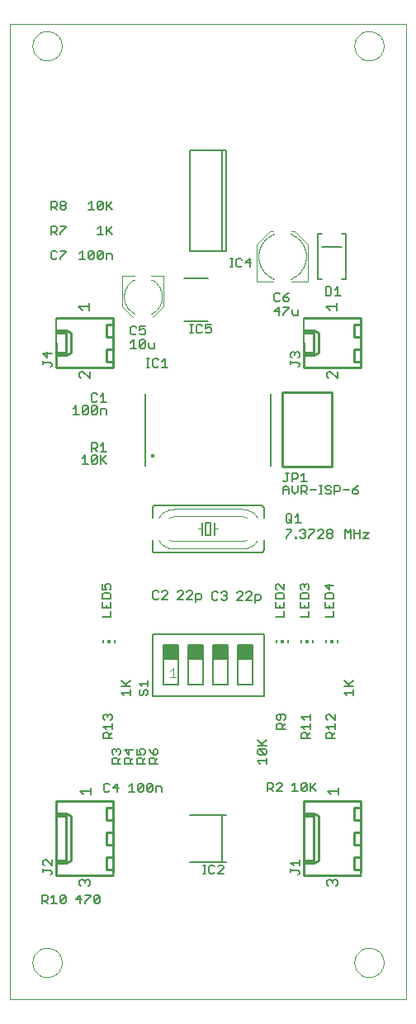
<source format=gto>
G75*
G70*
%OFA0B0*%
%FSLAX24Y24*%
%IPPOS*%
%LPD*%
%AMOC8*
5,1,8,0,0,1.08239X$1,22.5*
%
%ADD10C,0.0000*%
%ADD11C,0.0070*%
%ADD12C,0.0177*%
%ADD13C,0.0050*%
%ADD14C,0.0100*%
%ADD15C,0.0020*%
%ADD16C,0.0060*%
%ADD17C,0.0080*%
%ADD18R,0.0600X0.0600*%
%ADD19C,0.0030*%
%ADD20C,0.0040*%
%ADD21R,0.0059X0.0118*%
%ADD22R,0.0118X0.0118*%
D10*
X000156Y000655D02*
X000156Y040025D01*
X016156Y040025D01*
X016156Y000655D01*
X000156Y000655D01*
X001065Y002155D02*
X001067Y002203D01*
X001073Y002251D01*
X001083Y002298D01*
X001096Y002344D01*
X001114Y002389D01*
X001134Y002433D01*
X001159Y002475D01*
X001187Y002514D01*
X001217Y002551D01*
X001251Y002585D01*
X001288Y002617D01*
X001326Y002646D01*
X001367Y002671D01*
X001410Y002693D01*
X001455Y002711D01*
X001501Y002725D01*
X001548Y002736D01*
X001596Y002743D01*
X001644Y002746D01*
X001692Y002745D01*
X001740Y002740D01*
X001788Y002731D01*
X001834Y002719D01*
X001879Y002702D01*
X001923Y002682D01*
X001965Y002659D01*
X002005Y002632D01*
X002043Y002602D01*
X002078Y002569D01*
X002110Y002533D01*
X002140Y002495D01*
X002166Y002454D01*
X002188Y002411D01*
X002208Y002367D01*
X002223Y002322D01*
X002235Y002275D01*
X002243Y002227D01*
X002247Y002179D01*
X002247Y002131D01*
X002243Y002083D01*
X002235Y002035D01*
X002223Y001988D01*
X002208Y001943D01*
X002188Y001899D01*
X002166Y001856D01*
X002140Y001815D01*
X002110Y001777D01*
X002078Y001741D01*
X002043Y001708D01*
X002005Y001678D01*
X001965Y001651D01*
X001923Y001628D01*
X001879Y001608D01*
X001834Y001591D01*
X001788Y001579D01*
X001740Y001570D01*
X001692Y001565D01*
X001644Y001564D01*
X001596Y001567D01*
X001548Y001574D01*
X001501Y001585D01*
X001455Y001599D01*
X001410Y001617D01*
X001367Y001639D01*
X001326Y001664D01*
X001288Y001693D01*
X001251Y001725D01*
X001217Y001759D01*
X001187Y001796D01*
X001159Y001835D01*
X001134Y001877D01*
X001114Y001921D01*
X001096Y001966D01*
X001083Y002012D01*
X001073Y002059D01*
X001067Y002107D01*
X001065Y002155D01*
X014065Y002155D02*
X014067Y002203D01*
X014073Y002251D01*
X014083Y002298D01*
X014096Y002344D01*
X014114Y002389D01*
X014134Y002433D01*
X014159Y002475D01*
X014187Y002514D01*
X014217Y002551D01*
X014251Y002585D01*
X014288Y002617D01*
X014326Y002646D01*
X014367Y002671D01*
X014410Y002693D01*
X014455Y002711D01*
X014501Y002725D01*
X014548Y002736D01*
X014596Y002743D01*
X014644Y002746D01*
X014692Y002745D01*
X014740Y002740D01*
X014788Y002731D01*
X014834Y002719D01*
X014879Y002702D01*
X014923Y002682D01*
X014965Y002659D01*
X015005Y002632D01*
X015043Y002602D01*
X015078Y002569D01*
X015110Y002533D01*
X015140Y002495D01*
X015166Y002454D01*
X015188Y002411D01*
X015208Y002367D01*
X015223Y002322D01*
X015235Y002275D01*
X015243Y002227D01*
X015247Y002179D01*
X015247Y002131D01*
X015243Y002083D01*
X015235Y002035D01*
X015223Y001988D01*
X015208Y001943D01*
X015188Y001899D01*
X015166Y001856D01*
X015140Y001815D01*
X015110Y001777D01*
X015078Y001741D01*
X015043Y001708D01*
X015005Y001678D01*
X014965Y001651D01*
X014923Y001628D01*
X014879Y001608D01*
X014834Y001591D01*
X014788Y001579D01*
X014740Y001570D01*
X014692Y001565D01*
X014644Y001564D01*
X014596Y001567D01*
X014548Y001574D01*
X014501Y001585D01*
X014455Y001599D01*
X014410Y001617D01*
X014367Y001639D01*
X014326Y001664D01*
X014288Y001693D01*
X014251Y001725D01*
X014217Y001759D01*
X014187Y001796D01*
X014159Y001835D01*
X014134Y001877D01*
X014114Y001921D01*
X014096Y001966D01*
X014083Y002012D01*
X014073Y002059D01*
X014067Y002107D01*
X014065Y002155D01*
X014065Y039155D02*
X014067Y039203D01*
X014073Y039251D01*
X014083Y039298D01*
X014096Y039344D01*
X014114Y039389D01*
X014134Y039433D01*
X014159Y039475D01*
X014187Y039514D01*
X014217Y039551D01*
X014251Y039585D01*
X014288Y039617D01*
X014326Y039646D01*
X014367Y039671D01*
X014410Y039693D01*
X014455Y039711D01*
X014501Y039725D01*
X014548Y039736D01*
X014596Y039743D01*
X014644Y039746D01*
X014692Y039745D01*
X014740Y039740D01*
X014788Y039731D01*
X014834Y039719D01*
X014879Y039702D01*
X014923Y039682D01*
X014965Y039659D01*
X015005Y039632D01*
X015043Y039602D01*
X015078Y039569D01*
X015110Y039533D01*
X015140Y039495D01*
X015166Y039454D01*
X015188Y039411D01*
X015208Y039367D01*
X015223Y039322D01*
X015235Y039275D01*
X015243Y039227D01*
X015247Y039179D01*
X015247Y039131D01*
X015243Y039083D01*
X015235Y039035D01*
X015223Y038988D01*
X015208Y038943D01*
X015188Y038899D01*
X015166Y038856D01*
X015140Y038815D01*
X015110Y038777D01*
X015078Y038741D01*
X015043Y038708D01*
X015005Y038678D01*
X014965Y038651D01*
X014923Y038628D01*
X014879Y038608D01*
X014834Y038591D01*
X014788Y038579D01*
X014740Y038570D01*
X014692Y038565D01*
X014644Y038564D01*
X014596Y038567D01*
X014548Y038574D01*
X014501Y038585D01*
X014455Y038599D01*
X014410Y038617D01*
X014367Y038639D01*
X014326Y038664D01*
X014288Y038693D01*
X014251Y038725D01*
X014217Y038759D01*
X014187Y038796D01*
X014159Y038835D01*
X014134Y038877D01*
X014114Y038921D01*
X014096Y038966D01*
X014083Y039012D01*
X014073Y039059D01*
X014067Y039107D01*
X014065Y039155D01*
X001065Y039155D02*
X001067Y039203D01*
X001073Y039251D01*
X001083Y039298D01*
X001096Y039344D01*
X001114Y039389D01*
X001134Y039433D01*
X001159Y039475D01*
X001187Y039514D01*
X001217Y039551D01*
X001251Y039585D01*
X001288Y039617D01*
X001326Y039646D01*
X001367Y039671D01*
X001410Y039693D01*
X001455Y039711D01*
X001501Y039725D01*
X001548Y039736D01*
X001596Y039743D01*
X001644Y039746D01*
X001692Y039745D01*
X001740Y039740D01*
X001788Y039731D01*
X001834Y039719D01*
X001879Y039702D01*
X001923Y039682D01*
X001965Y039659D01*
X002005Y039632D01*
X002043Y039602D01*
X002078Y039569D01*
X002110Y039533D01*
X002140Y039495D01*
X002166Y039454D01*
X002188Y039411D01*
X002208Y039367D01*
X002223Y039322D01*
X002235Y039275D01*
X002243Y039227D01*
X002247Y039179D01*
X002247Y039131D01*
X002243Y039083D01*
X002235Y039035D01*
X002223Y038988D01*
X002208Y038943D01*
X002188Y038899D01*
X002166Y038856D01*
X002140Y038815D01*
X002110Y038777D01*
X002078Y038741D01*
X002043Y038708D01*
X002005Y038678D01*
X001965Y038651D01*
X001923Y038628D01*
X001879Y038608D01*
X001834Y038591D01*
X001788Y038579D01*
X001740Y038570D01*
X001692Y038565D01*
X001644Y038564D01*
X001596Y038567D01*
X001548Y038574D01*
X001501Y038585D01*
X001455Y038599D01*
X001410Y038617D01*
X001367Y038639D01*
X001326Y038664D01*
X001288Y038693D01*
X001251Y038725D01*
X001217Y038759D01*
X001187Y038796D01*
X001159Y038835D01*
X001134Y038877D01*
X001114Y038921D01*
X001096Y038966D01*
X001083Y039012D01*
X001073Y039059D01*
X001067Y039107D01*
X001065Y039155D01*
D11*
X003361Y028766D02*
X003361Y028480D01*
X003361Y028623D02*
X002931Y028623D01*
X003074Y028480D01*
X003104Y026016D02*
X003033Y026016D01*
X002961Y025945D01*
X002961Y025801D01*
X003033Y025730D01*
X003104Y026016D02*
X003391Y025730D01*
X003391Y026016D01*
X005612Y025112D02*
X005612Y022395D01*
X005612Y022198D01*
X010699Y022198D02*
X010699Y022395D01*
X010699Y025112D01*
X013074Y028480D02*
X012931Y028623D01*
X013361Y028623D01*
X013361Y028480D02*
X013361Y028766D01*
X013391Y026016D02*
X013391Y025730D01*
X013104Y026016D01*
X013033Y026016D01*
X012961Y025945D01*
X012961Y025801D01*
X013033Y025730D01*
X013411Y009216D02*
X013411Y008930D01*
X013411Y009073D02*
X012981Y009073D01*
X013124Y008930D01*
X013104Y005516D02*
X013176Y005445D01*
X013248Y005516D01*
X013319Y005516D01*
X013391Y005445D01*
X013391Y005301D01*
X013319Y005230D01*
X013176Y005373D02*
X013176Y005445D01*
X013104Y005516D02*
X013033Y005516D01*
X012961Y005445D01*
X012961Y005301D01*
X013033Y005230D01*
X003391Y005301D02*
X003319Y005230D01*
X003391Y005301D02*
X003391Y005445D01*
X003319Y005516D01*
X003248Y005516D01*
X003176Y005445D01*
X003176Y005373D01*
X003176Y005445D02*
X003104Y005516D01*
X003033Y005516D01*
X002961Y005445D01*
X002961Y005301D01*
X003033Y005230D01*
X003124Y008930D02*
X002981Y009073D01*
X003411Y009073D01*
X003411Y008930D02*
X003411Y009216D01*
D12*
X005906Y022593D03*
D13*
X005984Y026180D02*
X006101Y026180D01*
X006160Y026238D01*
X006294Y026180D02*
X006528Y026180D01*
X006411Y026180D02*
X006411Y026530D01*
X006294Y026414D01*
X006160Y026472D02*
X006101Y026530D01*
X005984Y026530D01*
X005926Y026472D01*
X005926Y026238D01*
X005984Y026180D01*
X005797Y026180D02*
X005681Y026180D01*
X005739Y026180D02*
X005739Y026530D01*
X005681Y026530D02*
X005797Y026530D01*
X005826Y026943D02*
X006001Y026943D01*
X006001Y027176D01*
X005768Y027176D02*
X005768Y027001D01*
X005826Y026943D01*
X005633Y027001D02*
X005574Y026943D01*
X005458Y026943D01*
X005399Y027001D01*
X005633Y027235D01*
X005633Y027001D01*
X005399Y027001D02*
X005399Y027235D01*
X005458Y027293D01*
X005574Y027293D01*
X005633Y027235D01*
X005574Y027494D02*
X005458Y027494D01*
X005399Y027552D01*
X005399Y027669D02*
X005516Y027728D01*
X005574Y027728D01*
X005633Y027669D01*
X005633Y027552D01*
X005574Y027494D01*
X005399Y027669D02*
X005399Y027844D01*
X005633Y027844D01*
X005264Y027786D02*
X005206Y027844D01*
X005089Y027844D01*
X005031Y027786D01*
X005031Y027552D01*
X005089Y027494D01*
X005206Y027494D01*
X005264Y027552D01*
X005148Y027293D02*
X005148Y026943D01*
X005264Y026943D02*
X005031Y026943D01*
X005031Y027176D02*
X005148Y027293D01*
X004306Y027405D02*
X004306Y027155D01*
X004306Y026405D02*
X004306Y026255D01*
X003929Y025130D02*
X003812Y025014D01*
X003677Y025072D02*
X003619Y025130D01*
X003502Y025130D01*
X003444Y025072D01*
X003444Y024838D01*
X003502Y024780D01*
X003619Y024780D01*
X003677Y024838D01*
X003812Y024780D02*
X004046Y024780D01*
X003929Y024780D02*
X003929Y025130D01*
X003987Y024514D02*
X003812Y024514D01*
X003812Y024280D01*
X003677Y024338D02*
X003677Y024572D01*
X003444Y024338D01*
X003502Y024280D01*
X003619Y024280D01*
X003677Y024338D01*
X003444Y024338D02*
X003444Y024572D01*
X003502Y024630D01*
X003619Y024630D01*
X003677Y024572D01*
X003987Y024514D02*
X004046Y024455D01*
X004046Y024280D01*
X003929Y023130D02*
X003812Y023014D01*
X003677Y023072D02*
X003677Y022955D01*
X003619Y022897D01*
X003444Y022897D01*
X003561Y022897D02*
X003677Y022780D01*
X003812Y022780D02*
X004046Y022780D01*
X003929Y022780D02*
X003929Y023130D01*
X003812Y022630D02*
X003812Y022280D01*
X003812Y022397D02*
X004046Y022630D01*
X003871Y022455D02*
X004046Y022280D01*
X003677Y022338D02*
X003619Y022280D01*
X003502Y022280D01*
X003444Y022338D01*
X003677Y022572D01*
X003677Y022338D01*
X003444Y022338D02*
X003444Y022572D01*
X003502Y022630D01*
X003619Y022630D01*
X003677Y022572D01*
X003444Y022780D02*
X003444Y023130D01*
X003619Y023130D01*
X003677Y023072D01*
X003309Y022280D02*
X003076Y022280D01*
X003192Y022280D02*
X003192Y022630D01*
X003076Y022514D01*
X003134Y024280D02*
X003076Y024338D01*
X003309Y024572D01*
X003309Y024338D01*
X003251Y024280D01*
X003134Y024280D01*
X003076Y024338D02*
X003076Y024572D01*
X003134Y024630D01*
X003251Y024630D01*
X003309Y024572D01*
X002941Y024280D02*
X002707Y024280D01*
X002824Y024280D02*
X002824Y024630D01*
X002707Y024514D01*
X002156Y026655D02*
X002006Y026655D01*
X002006Y026755D01*
X001841Y026734D02*
X001491Y026734D01*
X001666Y026559D01*
X001666Y026793D01*
X001491Y026424D02*
X001491Y026307D01*
X001491Y026366D02*
X001783Y026366D01*
X001841Y026307D01*
X001841Y026249D01*
X001783Y026191D01*
X002006Y027155D02*
X002006Y028155D01*
X001994Y030530D02*
X002052Y030588D01*
X001994Y030530D02*
X001877Y030530D01*
X001819Y030588D01*
X001819Y030822D01*
X001877Y030880D01*
X001994Y030880D01*
X002052Y030822D01*
X002187Y030880D02*
X002421Y030880D01*
X002421Y030822D01*
X002187Y030588D01*
X002187Y030530D01*
X002187Y031530D02*
X002187Y031588D01*
X002421Y031822D01*
X002421Y031880D01*
X002187Y031880D01*
X002052Y031822D02*
X002052Y031705D01*
X001994Y031647D01*
X001819Y031647D01*
X001936Y031647D02*
X002052Y031530D01*
X002052Y031822D02*
X001994Y031880D01*
X001819Y031880D01*
X001819Y031530D01*
X001819Y032530D02*
X001819Y032880D01*
X001994Y032880D01*
X002052Y032822D01*
X002052Y032705D01*
X001994Y032647D01*
X001819Y032647D01*
X001936Y032647D02*
X002052Y032530D01*
X002187Y032588D02*
X002187Y032647D01*
X002246Y032705D01*
X002362Y032705D01*
X002421Y032647D01*
X002421Y032588D01*
X002362Y032530D01*
X002246Y032530D01*
X002187Y032588D01*
X002246Y032705D02*
X002187Y032764D01*
X002187Y032822D01*
X002246Y032880D01*
X002362Y032880D01*
X002421Y032822D01*
X002421Y032764D01*
X002362Y032705D01*
X003326Y032764D02*
X003442Y032880D01*
X003442Y032530D01*
X003326Y032530D02*
X003559Y032530D01*
X003694Y032588D02*
X003927Y032822D01*
X003927Y032588D01*
X003869Y032530D01*
X003752Y032530D01*
X003694Y032588D01*
X003694Y032822D01*
X003752Y032880D01*
X003869Y032880D01*
X003927Y032822D01*
X004062Y032880D02*
X004062Y032530D01*
X004062Y032647D02*
X004296Y032880D01*
X004121Y032705D02*
X004296Y032530D01*
X004296Y031880D02*
X004062Y031647D01*
X004121Y031705D02*
X004296Y031530D01*
X004062Y031530D02*
X004062Y031880D01*
X003927Y031530D02*
X003694Y031530D01*
X003811Y031530D02*
X003811Y031880D01*
X003694Y031764D01*
X003752Y030880D02*
X003694Y030822D01*
X003694Y030588D01*
X003927Y030822D01*
X003927Y030588D01*
X003869Y030530D01*
X003752Y030530D01*
X003694Y030588D01*
X003559Y030588D02*
X003501Y030530D01*
X003384Y030530D01*
X003326Y030588D01*
X003559Y030822D01*
X003559Y030588D01*
X003559Y030822D02*
X003501Y030880D01*
X003384Y030880D01*
X003326Y030822D01*
X003326Y030588D01*
X003191Y030530D02*
X002957Y030530D01*
X003074Y030530D02*
X003074Y030880D01*
X002957Y030764D01*
X003752Y030880D02*
X003869Y030880D01*
X003927Y030822D01*
X004062Y030764D02*
X004062Y030530D01*
X004062Y030764D02*
X004237Y030764D01*
X004296Y030705D01*
X004296Y030530D01*
X004306Y028155D02*
X004306Y027905D01*
X007176Y028025D02*
X008146Y028025D01*
X008044Y027905D02*
X008044Y027730D01*
X008161Y027789D01*
X008220Y027789D01*
X008278Y027730D01*
X008278Y027613D01*
X008220Y027555D01*
X008103Y027555D01*
X008044Y027613D01*
X007910Y027613D02*
X007851Y027555D01*
X007734Y027555D01*
X007676Y027613D01*
X007676Y027847D01*
X007734Y027905D01*
X007851Y027905D01*
X007910Y027847D01*
X008044Y027905D02*
X008278Y027905D01*
X008146Y029785D02*
X007176Y029785D01*
X007431Y027905D02*
X007547Y027905D01*
X007489Y027905D02*
X007489Y027555D01*
X007431Y027555D02*
X007547Y027555D01*
X009056Y030221D02*
X009172Y030221D01*
X009114Y030221D02*
X009114Y030572D01*
X009056Y030572D02*
X009172Y030572D01*
X009301Y030513D02*
X009301Y030280D01*
X009359Y030221D01*
X009476Y030221D01*
X009535Y030280D01*
X009669Y030397D02*
X009903Y030397D01*
X009845Y030572D02*
X009669Y030397D01*
X009535Y030513D02*
X009476Y030572D01*
X009359Y030572D01*
X009301Y030513D01*
X009845Y030572D02*
X009845Y030221D01*
X010892Y029186D02*
X010834Y029128D01*
X010834Y028894D01*
X010892Y028836D01*
X011009Y028836D01*
X011068Y028894D01*
X011202Y028894D02*
X011202Y029011D01*
X011378Y029011D01*
X011436Y028952D01*
X011436Y028894D01*
X011378Y028836D01*
X011261Y028836D01*
X011202Y028894D01*
X011202Y029011D02*
X011319Y029128D01*
X011436Y029186D01*
X011436Y028616D02*
X011436Y028558D01*
X011202Y028324D01*
X011202Y028266D01*
X011009Y028266D02*
X011009Y028616D01*
X010834Y028441D01*
X011068Y028441D01*
X011202Y028616D02*
X011436Y028616D01*
X011571Y028499D02*
X011571Y028324D01*
X011629Y028266D01*
X011804Y028266D01*
X011804Y028499D01*
X012006Y028155D02*
X012006Y027155D01*
X012006Y026755D02*
X012006Y026655D01*
X012156Y026655D01*
X011841Y026617D02*
X011783Y026559D01*
X011841Y026617D02*
X011841Y026734D01*
X011783Y026793D01*
X011724Y026793D01*
X011666Y026734D01*
X011666Y026676D01*
X011666Y026734D02*
X011608Y026793D01*
X011549Y026793D01*
X011491Y026734D01*
X011491Y026617D01*
X011549Y026559D01*
X011491Y026424D02*
X011491Y026307D01*
X011491Y026366D02*
X011783Y026366D01*
X011841Y026307D01*
X011841Y026249D01*
X011783Y026191D01*
X011068Y029128D02*
X011009Y029186D01*
X010892Y029186D01*
X012906Y029080D02*
X013081Y029080D01*
X013139Y029138D01*
X013139Y029372D01*
X013081Y029430D01*
X012906Y029430D01*
X012906Y029080D01*
X013274Y029080D02*
X013507Y029080D01*
X013391Y029080D02*
X013391Y029430D01*
X013274Y029314D01*
X014306Y028155D02*
X014306Y027905D01*
X014306Y027405D02*
X014306Y027155D01*
X014306Y026405D02*
X014306Y026255D01*
X014238Y021405D02*
X014121Y021347D01*
X014004Y021230D01*
X014179Y021230D01*
X014238Y021172D01*
X014238Y021113D01*
X014179Y021055D01*
X014063Y021055D01*
X014004Y021113D01*
X014004Y021230D01*
X013869Y021230D02*
X013636Y021230D01*
X013501Y021230D02*
X013443Y021172D01*
X013268Y021172D01*
X013268Y021055D02*
X013268Y021405D01*
X013443Y021405D01*
X013501Y021347D01*
X013501Y021230D01*
X013133Y021172D02*
X013133Y021113D01*
X013074Y021055D01*
X012958Y021055D01*
X012899Y021113D01*
X012958Y021230D02*
X012899Y021289D01*
X012899Y021347D01*
X012958Y021405D01*
X013074Y021405D01*
X013133Y021347D01*
X013074Y021230D02*
X013133Y021172D01*
X013074Y021230D02*
X012958Y021230D01*
X012771Y021055D02*
X012654Y021055D01*
X012712Y021055D02*
X012712Y021405D01*
X012654Y021405D02*
X012771Y021405D01*
X012519Y021230D02*
X012286Y021230D01*
X012151Y021230D02*
X012092Y021172D01*
X011917Y021172D01*
X011917Y021055D02*
X011917Y021405D01*
X012092Y021405D01*
X012151Y021347D01*
X012151Y021230D01*
X012034Y021172D02*
X012151Y021055D01*
X012151Y021555D02*
X011917Y021555D01*
X012034Y021555D02*
X012034Y021905D01*
X011917Y021789D01*
X011782Y021847D02*
X011782Y021730D01*
X011724Y021672D01*
X011549Y021672D01*
X011549Y021555D02*
X011549Y021905D01*
X011724Y021905D01*
X011782Y021847D01*
X011782Y021405D02*
X011782Y021172D01*
X011666Y021055D01*
X011549Y021172D01*
X011549Y021405D01*
X011414Y021289D02*
X011414Y021055D01*
X011414Y021230D02*
X011181Y021230D01*
X011181Y021289D02*
X011297Y021405D01*
X011414Y021289D01*
X011181Y021289D02*
X011181Y021055D01*
X011239Y021555D02*
X011297Y021555D01*
X011356Y021613D01*
X011356Y021905D01*
X011414Y021905D02*
X011297Y021905D01*
X011181Y021613D02*
X011239Y021555D01*
X011364Y020255D02*
X011481Y020255D01*
X011539Y020197D01*
X011539Y019963D01*
X011481Y019905D01*
X011364Y019905D01*
X011306Y019963D01*
X011306Y020197D01*
X011364Y020255D01*
X011422Y020022D02*
X011539Y019905D01*
X011674Y019905D02*
X011907Y019905D01*
X011791Y019905D02*
X011791Y020255D01*
X011674Y020139D01*
X011539Y019630D02*
X011539Y019572D01*
X011306Y019338D01*
X011306Y019280D01*
X011306Y019630D02*
X011539Y019630D01*
X011674Y019338D02*
X011732Y019338D01*
X011732Y019280D01*
X011674Y019280D01*
X011674Y019338D01*
X011858Y019338D02*
X011916Y019280D01*
X012033Y019280D01*
X012092Y019338D01*
X012092Y019397D01*
X012033Y019455D01*
X011975Y019455D01*
X012033Y019455D02*
X012092Y019514D01*
X012092Y019572D01*
X012033Y019630D01*
X011916Y019630D01*
X011858Y019572D01*
X012226Y019630D02*
X012460Y019630D01*
X012460Y019572D01*
X012226Y019338D01*
X012226Y019280D01*
X012595Y019280D02*
X012828Y019514D01*
X012828Y019572D01*
X012770Y019630D01*
X012653Y019630D01*
X012595Y019572D01*
X012595Y019280D02*
X012828Y019280D01*
X012963Y019338D02*
X012963Y019397D01*
X013021Y019455D01*
X013138Y019455D01*
X013196Y019397D01*
X013196Y019338D01*
X013138Y019280D01*
X013021Y019280D01*
X012963Y019338D01*
X013021Y019455D02*
X012963Y019514D01*
X012963Y019572D01*
X013021Y019630D01*
X013138Y019630D01*
X013196Y019572D01*
X013196Y019514D01*
X013138Y019455D01*
X013700Y019280D02*
X013700Y019630D01*
X013816Y019514D01*
X013933Y019630D01*
X013933Y019280D01*
X014068Y019280D02*
X014068Y019630D01*
X014068Y019455D02*
X014301Y019455D01*
X014436Y019514D02*
X014670Y019514D01*
X014436Y019280D01*
X014670Y019280D01*
X014301Y019280D02*
X014301Y019630D01*
X013237Y017370D02*
X012887Y017370D01*
X013062Y017194D01*
X013062Y017428D01*
X013179Y017060D02*
X012945Y017060D01*
X012887Y017001D01*
X012887Y016826D01*
X013237Y016826D01*
X013237Y017001D01*
X013179Y017060D01*
X013237Y016691D02*
X013237Y016458D01*
X012887Y016458D01*
X012887Y016691D01*
X013062Y016575D02*
X013062Y016458D01*
X013237Y016323D02*
X013237Y016090D01*
X012887Y016090D01*
X012237Y016090D02*
X012237Y016323D01*
X012237Y016458D02*
X012237Y016691D01*
X012237Y016826D02*
X012237Y017001D01*
X012179Y017060D01*
X011945Y017060D01*
X011887Y017001D01*
X011887Y016826D01*
X012237Y016826D01*
X012062Y016575D02*
X012062Y016458D01*
X011887Y016458D02*
X012237Y016458D01*
X012237Y016090D02*
X011887Y016090D01*
X011887Y016458D02*
X011887Y016691D01*
X011945Y017194D02*
X011887Y017253D01*
X011887Y017370D01*
X011945Y017428D01*
X012003Y017428D01*
X012062Y017370D01*
X012120Y017428D01*
X012179Y017428D01*
X012237Y017370D01*
X012237Y017253D01*
X012179Y017194D01*
X012062Y017311D02*
X012062Y017370D01*
X011237Y017428D02*
X011237Y017194D01*
X011003Y017428D01*
X010945Y017428D01*
X010887Y017370D01*
X010887Y017253D01*
X010945Y017194D01*
X010945Y017060D02*
X010887Y017001D01*
X010887Y016826D01*
X011237Y016826D01*
X011237Y017001D01*
X011179Y017060D01*
X010945Y017060D01*
X010887Y016691D02*
X010887Y016458D01*
X011237Y016458D01*
X011237Y016691D01*
X011062Y016575D02*
X011062Y016458D01*
X011237Y016323D02*
X011237Y016090D01*
X010887Y016090D01*
X010237Y016780D02*
X010296Y016838D01*
X010296Y016955D01*
X010237Y017014D01*
X010062Y017014D01*
X010062Y016663D01*
X010062Y016780D02*
X010237Y016780D01*
X009927Y016780D02*
X009694Y016780D01*
X009927Y017014D01*
X009927Y017072D01*
X009869Y017130D01*
X009752Y017130D01*
X009694Y017072D01*
X009559Y017072D02*
X009501Y017130D01*
X009384Y017130D01*
X009326Y017072D01*
X009559Y017072D02*
X009559Y017014D01*
X009326Y016780D01*
X009559Y016780D01*
X008921Y016838D02*
X008862Y016780D01*
X008746Y016780D01*
X008687Y016838D01*
X008552Y016838D02*
X008494Y016780D01*
X008377Y016780D01*
X008319Y016838D01*
X008319Y017072D01*
X008377Y017130D01*
X008494Y017130D01*
X008552Y017072D01*
X008687Y017072D02*
X008746Y017130D01*
X008862Y017130D01*
X008921Y017072D01*
X008921Y017014D01*
X008862Y016955D01*
X008921Y016897D01*
X008921Y016838D01*
X008862Y016955D02*
X008804Y016955D01*
X007901Y016980D02*
X007901Y016863D01*
X007842Y016805D01*
X007667Y016805D01*
X007667Y016688D02*
X007667Y017039D01*
X007842Y017039D01*
X007901Y016980D01*
X007532Y017039D02*
X007532Y017097D01*
X007474Y017155D01*
X007357Y017155D01*
X007299Y017097D01*
X007164Y017097D02*
X007106Y017155D01*
X006989Y017155D01*
X006931Y017097D01*
X007164Y017097D02*
X007164Y017039D01*
X006931Y016805D01*
X007164Y016805D01*
X007299Y016805D02*
X007532Y017039D01*
X007532Y016805D02*
X007299Y016805D01*
X006532Y016805D02*
X006299Y016805D01*
X006532Y017039D01*
X006532Y017097D01*
X006474Y017155D01*
X006357Y017155D01*
X006299Y017097D01*
X006164Y017097D02*
X006106Y017155D01*
X005989Y017155D01*
X005931Y017097D01*
X005931Y016863D01*
X005989Y016805D01*
X006106Y016805D01*
X006164Y016863D01*
X005731Y013532D02*
X005731Y013298D01*
X005731Y013415D02*
X005380Y013415D01*
X005497Y013298D01*
X005439Y013164D02*
X005380Y013105D01*
X005380Y012988D01*
X005439Y012930D01*
X005497Y012930D01*
X005555Y012988D01*
X005555Y013105D01*
X005614Y013164D01*
X005672Y013164D01*
X005731Y013105D01*
X005731Y012988D01*
X005672Y012930D01*
X005006Y012930D02*
X005006Y013164D01*
X005006Y013047D02*
X004655Y013047D01*
X004772Y012930D01*
X004655Y013298D02*
X005006Y013298D01*
X004889Y013298D02*
X004655Y013532D01*
X004830Y013357D02*
X005006Y013532D01*
X004222Y012170D02*
X004281Y012112D01*
X004281Y011995D01*
X004222Y011937D01*
X004281Y011802D02*
X004281Y011569D01*
X004281Y011685D02*
X003930Y011685D01*
X004047Y011569D01*
X003989Y011434D02*
X004105Y011434D01*
X004164Y011375D01*
X004164Y011200D01*
X004281Y011200D02*
X003930Y011200D01*
X003930Y011375D01*
X003989Y011434D01*
X004164Y011317D02*
X004281Y011434D01*
X004105Y012054D02*
X004105Y012112D01*
X004164Y012170D01*
X004222Y012170D01*
X004105Y012112D02*
X004047Y012170D01*
X003989Y012170D01*
X003930Y012112D01*
X003930Y011995D01*
X003989Y011937D01*
X004339Y010782D02*
X004397Y010782D01*
X004455Y010724D01*
X004514Y010782D01*
X004572Y010782D01*
X004631Y010724D01*
X004631Y010607D01*
X004572Y010548D01*
X004631Y010414D02*
X004514Y010297D01*
X004514Y010355D02*
X004514Y010180D01*
X004631Y010180D02*
X004280Y010180D01*
X004280Y010355D01*
X004339Y010414D01*
X004455Y010414D01*
X004514Y010355D01*
X004339Y010548D02*
X004280Y010607D01*
X004280Y010724D01*
X004339Y010782D01*
X004455Y010724D02*
X004455Y010665D01*
X004780Y010724D02*
X004955Y010548D01*
X004955Y010782D01*
X004780Y010724D02*
X005131Y010724D01*
X005280Y010782D02*
X005280Y010548D01*
X005455Y010548D01*
X005397Y010665D01*
X005397Y010724D01*
X005455Y010782D01*
X005572Y010782D01*
X005631Y010724D01*
X005631Y010607D01*
X005572Y010548D01*
X005631Y010414D02*
X005514Y010297D01*
X005514Y010355D02*
X005514Y010180D01*
X005631Y010180D02*
X005280Y010180D01*
X005280Y010355D01*
X005339Y010414D01*
X005455Y010414D01*
X005514Y010355D01*
X005780Y010355D02*
X005780Y010180D01*
X006131Y010180D01*
X006014Y010180D02*
X006014Y010355D01*
X005955Y010414D01*
X005839Y010414D01*
X005780Y010355D01*
X006014Y010297D02*
X006131Y010414D01*
X006072Y010548D02*
X006131Y010607D01*
X006131Y010724D01*
X006072Y010782D01*
X006014Y010782D01*
X005955Y010724D01*
X005955Y010548D01*
X006072Y010548D01*
X005955Y010548D02*
X005839Y010665D01*
X005780Y010782D01*
X005131Y010414D02*
X005014Y010297D01*
X005014Y010355D02*
X005014Y010180D01*
X005131Y010180D02*
X004780Y010180D01*
X004780Y010355D01*
X004839Y010414D01*
X004955Y010414D01*
X005014Y010355D01*
X005074Y009380D02*
X004957Y009264D01*
X005074Y009380D02*
X005074Y009030D01*
X004957Y009030D02*
X005191Y009030D01*
X005326Y009088D02*
X005559Y009322D01*
X005559Y009088D01*
X005501Y009030D01*
X005384Y009030D01*
X005326Y009088D01*
X005326Y009322D01*
X005384Y009380D01*
X005501Y009380D01*
X005559Y009322D01*
X005694Y009322D02*
X005752Y009380D01*
X005869Y009380D01*
X005927Y009322D01*
X005694Y009088D01*
X005752Y009030D01*
X005869Y009030D01*
X005927Y009088D01*
X005927Y009322D01*
X006062Y009264D02*
X006237Y009264D01*
X006296Y009205D01*
X006296Y009030D01*
X006062Y009030D02*
X006062Y009264D01*
X005694Y009322D02*
X005694Y009088D01*
X004546Y009205D02*
X004312Y009205D01*
X004487Y009380D01*
X004487Y009030D01*
X004177Y009088D02*
X004119Y009030D01*
X004002Y009030D01*
X003944Y009088D01*
X003944Y009322D01*
X004002Y009380D01*
X004119Y009380D01*
X004177Y009322D01*
X004306Y006905D02*
X004306Y006655D01*
X004306Y005655D01*
X003737Y004880D02*
X003796Y004822D01*
X003562Y004588D01*
X003621Y004530D01*
X003737Y004530D01*
X003796Y004588D01*
X003796Y004822D01*
X003737Y004880D02*
X003621Y004880D01*
X003562Y004822D01*
X003562Y004588D01*
X003427Y004822D02*
X003194Y004588D01*
X003194Y004530D01*
X003001Y004530D02*
X003001Y004880D01*
X002826Y004705D01*
X003059Y004705D01*
X003194Y004880D02*
X003427Y004880D01*
X003427Y004822D01*
X002421Y004822D02*
X002187Y004588D01*
X002246Y004530D01*
X002362Y004530D01*
X002421Y004588D01*
X002421Y004822D01*
X002362Y004880D01*
X002246Y004880D01*
X002187Y004822D01*
X002187Y004588D01*
X002052Y004530D02*
X001819Y004530D01*
X001936Y004530D02*
X001936Y004880D01*
X001819Y004764D01*
X001684Y004822D02*
X001684Y004705D01*
X001626Y004647D01*
X001451Y004647D01*
X001567Y004647D02*
X001684Y004530D01*
X001684Y004822D02*
X001626Y004880D01*
X001451Y004880D01*
X001451Y004530D01*
X001783Y005691D02*
X001841Y005749D01*
X001841Y005807D01*
X001783Y005866D01*
X001491Y005866D01*
X001491Y005924D02*
X001491Y005807D01*
X001549Y006059D02*
X001491Y006117D01*
X001491Y006234D01*
X001549Y006293D01*
X001608Y006293D01*
X001841Y006059D01*
X001841Y006293D01*
X002006Y006255D02*
X002006Y006155D01*
X002156Y006155D01*
X003887Y016090D02*
X004237Y016090D01*
X004237Y016323D01*
X004237Y016458D02*
X004237Y016691D01*
X004237Y016826D02*
X004237Y017001D01*
X004179Y017060D01*
X003945Y017060D01*
X003887Y017001D01*
X003887Y016826D01*
X004237Y016826D01*
X004062Y016575D02*
X004062Y016458D01*
X003887Y016458D02*
X004237Y016458D01*
X003887Y016458D02*
X003887Y016691D01*
X003887Y017194D02*
X004062Y017194D01*
X004003Y017311D01*
X004003Y017370D01*
X004062Y017428D01*
X004179Y017428D01*
X004237Y017370D01*
X004237Y017253D01*
X004179Y017194D01*
X003887Y017194D02*
X003887Y017428D01*
X007948Y006080D02*
X008065Y006080D01*
X008007Y006080D02*
X008007Y005730D01*
X008065Y005730D02*
X007948Y005730D01*
X008194Y005788D02*
X008252Y005730D01*
X008369Y005730D01*
X008427Y005788D01*
X008562Y005730D02*
X008796Y005964D01*
X008796Y006022D01*
X008737Y006080D01*
X008621Y006080D01*
X008562Y006022D01*
X008427Y006022D02*
X008369Y006080D01*
X008252Y006080D01*
X008194Y006022D01*
X008194Y005788D01*
X008562Y005730D02*
X008796Y005730D01*
X010556Y009055D02*
X010556Y009405D01*
X010731Y009405D01*
X010789Y009347D01*
X010789Y009230D01*
X010731Y009172D01*
X010556Y009172D01*
X010672Y009172D02*
X010789Y009055D01*
X010924Y009055D02*
X011157Y009289D01*
X011157Y009347D01*
X011099Y009405D01*
X010982Y009405D01*
X010924Y009347D01*
X010924Y009055D02*
X011157Y009055D01*
X011556Y009055D02*
X011789Y009055D01*
X011672Y009055D02*
X011672Y009405D01*
X011556Y009289D01*
X011924Y009347D02*
X011982Y009405D01*
X012099Y009405D01*
X012157Y009347D01*
X011924Y009113D01*
X011982Y009055D01*
X012099Y009055D01*
X012157Y009113D01*
X012157Y009347D01*
X012292Y009405D02*
X012292Y009055D01*
X012292Y009172D02*
X012526Y009405D01*
X012351Y009230D02*
X012526Y009055D01*
X011924Y009113D02*
X011924Y009347D01*
X011930Y011200D02*
X011930Y011375D01*
X011989Y011434D01*
X012105Y011434D01*
X012164Y011375D01*
X012164Y011200D01*
X012281Y011200D02*
X011930Y011200D01*
X012047Y011569D02*
X011930Y011685D01*
X012281Y011685D01*
X012281Y011569D02*
X012281Y011802D01*
X012281Y011937D02*
X012281Y012170D01*
X012281Y012054D02*
X011930Y012054D01*
X012047Y011937D01*
X012281Y011434D02*
X012164Y011317D01*
X012930Y011375D02*
X012989Y011434D01*
X013105Y011434D01*
X013164Y011375D01*
X013164Y011200D01*
X013281Y011200D02*
X012930Y011200D01*
X012930Y011375D01*
X013047Y011569D02*
X012930Y011685D01*
X013281Y011685D01*
X013281Y011569D02*
X013281Y011802D01*
X013281Y011937D02*
X013047Y012170D01*
X012989Y012170D01*
X012930Y012112D01*
X012930Y011995D01*
X012989Y011937D01*
X013281Y011937D02*
X013281Y012170D01*
X013281Y011434D02*
X013164Y011317D01*
X013772Y012930D02*
X013655Y013047D01*
X014006Y013047D01*
X014006Y012930D02*
X014006Y013164D01*
X014006Y013298D02*
X013655Y013298D01*
X013830Y013357D02*
X014006Y013532D01*
X013889Y013298D02*
X013655Y013532D01*
X011281Y012112D02*
X011222Y012170D01*
X010989Y012170D01*
X010930Y012112D01*
X010930Y011995D01*
X010989Y011937D01*
X011047Y011937D01*
X011105Y011995D01*
X011105Y012170D01*
X011281Y012112D02*
X011281Y011995D01*
X011222Y011937D01*
X011281Y011802D02*
X011164Y011685D01*
X011164Y011744D02*
X011164Y011569D01*
X011281Y011569D02*
X010930Y011569D01*
X010930Y011744D01*
X010989Y011802D01*
X011105Y011802D01*
X011164Y011744D01*
X010506Y011150D02*
X010330Y010975D01*
X010389Y010917D02*
X010155Y011150D01*
X010155Y010917D02*
X010506Y010917D01*
X010447Y010782D02*
X010506Y010724D01*
X010506Y010607D01*
X010447Y010548D01*
X010214Y010782D01*
X010447Y010782D01*
X010447Y010548D02*
X010214Y010548D01*
X010155Y010607D01*
X010155Y010724D01*
X010214Y010782D01*
X010155Y010297D02*
X010506Y010297D01*
X010506Y010180D02*
X010506Y010414D01*
X010272Y010180D02*
X010155Y010297D01*
X011491Y006176D02*
X011841Y006176D01*
X011841Y006059D02*
X011841Y006293D01*
X012006Y006255D02*
X012006Y006155D01*
X012156Y006155D01*
X011841Y005807D02*
X011783Y005866D01*
X011491Y005866D01*
X011491Y005924D02*
X011491Y005807D01*
X011608Y006059D02*
X011491Y006176D01*
X011841Y005807D02*
X011841Y005749D01*
X011783Y005691D01*
X014306Y005655D02*
X014306Y006655D01*
X014306Y006905D01*
D14*
X014056Y006905D01*
X014056Y007405D01*
X014306Y007405D01*
X014306Y007905D01*
X014056Y007905D01*
X014056Y008405D01*
X014306Y008405D01*
X014306Y008655D01*
X013156Y008655D01*
X012006Y008655D01*
X012006Y006655D01*
X012006Y006155D01*
X012406Y006155D01*
X012606Y006255D01*
X012606Y008055D01*
X012406Y008155D01*
X012006Y008155D01*
X012006Y008055D02*
X012406Y008055D01*
X012406Y008155D01*
X012406Y008055D02*
X012406Y006255D01*
X012006Y006255D01*
X012006Y006155D02*
X012006Y005655D01*
X013156Y005655D01*
X014306Y005655D01*
X014306Y005755D02*
X014306Y005905D01*
X014306Y006405D01*
X014306Y006905D01*
X014306Y007405D01*
X014306Y007905D02*
X014306Y008405D01*
X014306Y006405D02*
X014056Y006405D01*
X014056Y005905D01*
X014306Y005905D01*
X012406Y006155D02*
X012406Y006255D01*
X013156Y022155D02*
X011156Y022155D01*
X011156Y025155D01*
X013156Y025155D01*
X013156Y022155D01*
X013156Y026155D02*
X012006Y026155D01*
X012006Y026655D01*
X012406Y026655D01*
X012606Y026755D01*
X012606Y027555D01*
X012406Y027655D01*
X012006Y027655D01*
X012006Y027555D02*
X012406Y027555D01*
X012406Y027655D01*
X012406Y027555D02*
X012406Y026755D01*
X012006Y026755D01*
X012006Y026655D02*
X012006Y027155D01*
X012406Y026755D02*
X012406Y026655D01*
X012006Y028155D02*
X013156Y028155D01*
X014306Y028155D01*
X014306Y027905D01*
X014056Y027905D01*
X014056Y027405D01*
X014306Y027405D01*
X014306Y026905D01*
X014056Y026905D01*
X014056Y026405D01*
X014306Y026405D01*
X014306Y026155D01*
X014306Y027155D01*
X014306Y027405D02*
X014306Y027905D01*
X014306Y026155D02*
X013156Y026155D01*
X004306Y026155D02*
X004306Y026405D01*
X004056Y026405D01*
X004056Y026905D01*
X004306Y026905D01*
X004306Y027405D01*
X004056Y027405D01*
X004056Y027905D01*
X004306Y027905D01*
X004306Y028155D01*
X003156Y028155D01*
X002006Y028155D01*
X002006Y027655D02*
X002406Y027655D01*
X002606Y027555D01*
X002606Y026755D01*
X002406Y026655D01*
X002406Y026755D01*
X002006Y026755D01*
X002006Y026655D02*
X002406Y026655D01*
X002406Y026755D02*
X002406Y027555D01*
X002006Y027555D01*
X002006Y027155D02*
X002006Y026655D01*
X002006Y026155D01*
X003156Y026155D01*
X004306Y026155D01*
X004306Y027155D01*
X004306Y027405D02*
X004306Y027905D01*
X002406Y027655D02*
X002406Y027555D01*
X002006Y008655D02*
X002006Y006655D01*
X002006Y006155D01*
X002406Y006155D01*
X002606Y006255D01*
X002606Y008055D01*
X002406Y008155D01*
X002006Y008155D01*
X002006Y008055D02*
X002406Y008055D01*
X002406Y008155D01*
X002406Y008055D02*
X002406Y006255D01*
X002006Y006255D01*
X002006Y006155D02*
X002006Y005655D01*
X003156Y005655D01*
X004306Y005655D01*
X004306Y005755D02*
X004306Y005905D01*
X004306Y006405D01*
X004306Y006905D01*
X004056Y006905D01*
X004056Y007405D01*
X004306Y007405D01*
X004306Y007905D01*
X004056Y007905D01*
X004056Y008405D01*
X004306Y008405D01*
X004306Y008655D01*
X003156Y008655D01*
X002006Y008655D01*
X002406Y006255D02*
X002406Y006155D01*
X004056Y005905D02*
X004056Y006405D01*
X004306Y006405D01*
X004306Y005905D02*
X004056Y005905D01*
X004306Y006905D02*
X004306Y007405D01*
X004306Y007905D02*
X004306Y008405D01*
D15*
X006806Y018855D02*
X009506Y018855D01*
X009506Y019155D02*
X006806Y019155D01*
X006588Y020105D02*
X006622Y020120D01*
X006658Y020133D01*
X006694Y020142D01*
X006731Y020149D01*
X006768Y020154D01*
X006806Y020155D01*
X009506Y020155D01*
X009506Y020455D02*
X006806Y020455D01*
X006588Y019205D02*
X006622Y019190D01*
X006658Y019177D01*
X006694Y019168D01*
X006731Y019161D01*
X006768Y019156D01*
X006806Y019155D01*
X006806Y018855D02*
X006750Y018857D01*
X006695Y018863D01*
X006640Y018872D01*
X006586Y018886D01*
X006533Y018903D01*
X006482Y018924D01*
X006432Y018948D01*
X006384Y018976D01*
X006337Y019007D01*
X006294Y019041D01*
X006252Y019078D01*
X006213Y019118D01*
X006177Y019160D01*
X006145Y019205D01*
X006145Y020105D02*
X006177Y020150D01*
X006213Y020192D01*
X006252Y020232D01*
X006293Y020269D01*
X006337Y020303D01*
X006384Y020334D01*
X006432Y020362D01*
X006482Y020386D01*
X006533Y020407D01*
X006586Y020424D01*
X006640Y020438D01*
X006695Y020447D01*
X006750Y020453D01*
X006806Y020455D01*
X007756Y019655D02*
X007906Y019655D01*
X008406Y019655D02*
X008556Y019655D01*
X009506Y018855D02*
X009562Y018857D01*
X009617Y018863D01*
X009672Y018872D01*
X009726Y018886D01*
X009779Y018903D01*
X009830Y018924D01*
X009880Y018948D01*
X009928Y018976D01*
X009975Y019007D01*
X010019Y019041D01*
X010060Y019078D01*
X010099Y019118D01*
X010135Y019160D01*
X010167Y019205D01*
X009724Y020105D02*
X009690Y020120D01*
X009654Y020133D01*
X009618Y020142D01*
X009581Y020149D01*
X009544Y020154D01*
X009506Y020155D01*
X009724Y019205D02*
X009690Y019190D01*
X009654Y019177D01*
X009618Y019168D01*
X009581Y019161D01*
X009544Y019156D01*
X009506Y019155D01*
X010167Y020105D02*
X010135Y020150D01*
X010099Y020192D01*
X010060Y020232D01*
X010018Y020269D01*
X009975Y020303D01*
X009928Y020334D01*
X009880Y020362D01*
X009830Y020386D01*
X009779Y020407D01*
X009726Y020424D01*
X009672Y020438D01*
X009617Y020447D01*
X009562Y020453D01*
X009506Y020455D01*
D16*
X010306Y020605D02*
X010323Y020603D01*
X010340Y020599D01*
X010356Y020592D01*
X010370Y020582D01*
X010383Y020569D01*
X010393Y020555D01*
X010400Y020539D01*
X010404Y020522D01*
X010406Y020505D01*
X010406Y020105D01*
X010306Y020605D02*
X006006Y020605D01*
X005989Y020603D01*
X005972Y020599D01*
X005956Y020592D01*
X005942Y020582D01*
X005929Y020569D01*
X005919Y020555D01*
X005912Y020539D01*
X005908Y020522D01*
X005906Y020505D01*
X005906Y020105D01*
X005906Y019205D02*
X005906Y018805D01*
X005908Y018788D01*
X005912Y018771D01*
X005919Y018755D01*
X005929Y018741D01*
X005942Y018728D01*
X005956Y018718D01*
X005972Y018711D01*
X005989Y018707D01*
X006006Y018705D01*
X010306Y018705D01*
X010323Y018707D01*
X010340Y018711D01*
X010356Y018718D01*
X010370Y018728D01*
X010383Y018741D01*
X010393Y018755D01*
X010400Y018771D01*
X010404Y018788D01*
X010406Y018805D01*
X010406Y019205D01*
X010406Y015415D02*
X005906Y015415D01*
X005906Y012895D01*
X010406Y012895D01*
X010406Y015415D01*
X009956Y014955D02*
X009956Y013355D01*
X009356Y013355D01*
X009356Y014955D01*
X009956Y014955D01*
X008956Y014955D02*
X008956Y013355D01*
X008356Y013355D01*
X008356Y014955D01*
X008956Y014955D01*
X007956Y014955D02*
X007956Y013355D01*
X007356Y013355D01*
X007356Y014955D01*
X007956Y014955D01*
X006956Y014955D02*
X006956Y013355D01*
X006356Y013355D01*
X006356Y014955D01*
X006956Y014955D01*
X007906Y019405D02*
X007906Y019655D01*
X007906Y019905D01*
X008056Y019905D02*
X008256Y019905D01*
X008256Y019405D01*
X008056Y019405D01*
X008056Y019905D01*
X008406Y019905D02*
X008406Y019655D01*
X008406Y019405D01*
D17*
X012585Y029750D02*
X012585Y031561D01*
X012762Y031561D01*
X012762Y031049D02*
X013549Y031049D01*
X013549Y031561D02*
X013726Y031561D01*
X013726Y029750D01*
X013549Y029750D01*
X012762Y029750D02*
X012585Y029750D01*
X008904Y030862D02*
X008707Y030862D01*
X008707Y034948D01*
X008904Y034948D01*
X008904Y030862D01*
X008707Y030862D02*
X007408Y030862D01*
X007408Y034948D01*
X008707Y034948D01*
X008707Y008100D02*
X007408Y008100D01*
X007408Y006210D02*
X008707Y006210D01*
X008707Y008100D01*
X008904Y008100D01*
X008904Y006210D02*
X008707Y006210D01*
D18*
X008656Y014655D03*
X009656Y014655D03*
X007656Y014655D03*
X006656Y014655D03*
D19*
X006744Y014040D02*
X006621Y013917D01*
X006744Y014040D02*
X006744Y013670D01*
X006621Y013670D02*
X006867Y013670D01*
D20*
X005924Y028203D02*
X006357Y028636D01*
X006357Y029857D01*
X005865Y029857D01*
X005196Y029719D02*
X005148Y029693D01*
X005101Y029664D01*
X005056Y029631D01*
X005014Y029595D01*
X004975Y029556D01*
X004938Y029515D01*
X004905Y029471D01*
X004874Y029425D01*
X004848Y029376D01*
X004825Y029326D01*
X004805Y029274D01*
X004789Y029221D01*
X004777Y029167D01*
X004769Y029113D01*
X004765Y029058D01*
X004765Y029002D01*
X004769Y028947D01*
X004777Y028893D01*
X004789Y028839D01*
X004805Y028786D01*
X004825Y028734D01*
X004848Y028684D01*
X004874Y028635D01*
X004905Y028589D01*
X004938Y028545D01*
X004975Y028504D01*
X005014Y028465D01*
X005056Y028429D01*
X005101Y028396D01*
X005148Y028367D01*
X005196Y028341D01*
X005137Y028203D02*
X004704Y028636D01*
X004704Y029857D01*
X005196Y029857D01*
X005866Y029719D02*
X005914Y029693D01*
X005961Y029664D01*
X006006Y029631D01*
X006048Y029595D01*
X006087Y029556D01*
X006124Y029515D01*
X006157Y029471D01*
X006188Y029425D01*
X006214Y029376D01*
X006237Y029326D01*
X006257Y029274D01*
X006273Y029221D01*
X006285Y029167D01*
X006293Y029113D01*
X006297Y029058D01*
X006297Y029002D01*
X006293Y028947D01*
X006285Y028893D01*
X006273Y028839D01*
X006257Y028786D01*
X006237Y028734D01*
X006214Y028684D01*
X006188Y028635D01*
X006157Y028589D01*
X006124Y028545D01*
X006087Y028504D01*
X006048Y028465D01*
X006006Y028429D01*
X005961Y028396D01*
X005914Y028367D01*
X005866Y028341D01*
X010132Y029631D02*
X010132Y031147D01*
X010663Y031679D01*
X010782Y031679D01*
X011491Y031560D02*
X011548Y031537D01*
X011603Y031510D01*
X011657Y031480D01*
X011709Y031446D01*
X011758Y031409D01*
X011805Y031369D01*
X011850Y031326D01*
X011891Y031280D01*
X011930Y031232D01*
X011965Y031181D01*
X011997Y031128D01*
X012026Y031073D01*
X012051Y031017D01*
X012072Y030959D01*
X012090Y030900D01*
X012103Y030839D01*
X012113Y030778D01*
X012119Y030717D01*
X012121Y030655D01*
X012119Y030593D01*
X012113Y030532D01*
X012103Y030471D01*
X012090Y030410D01*
X012072Y030351D01*
X012051Y030293D01*
X012026Y030237D01*
X011997Y030182D01*
X011965Y030129D01*
X011930Y030078D01*
X011891Y030030D01*
X011850Y029984D01*
X011805Y029941D01*
X011758Y029901D01*
X011709Y029864D01*
X011657Y029830D01*
X011603Y029800D01*
X011548Y029773D01*
X011491Y029750D01*
X011530Y029631D02*
X012179Y029631D01*
X012179Y031147D01*
X011648Y031679D01*
X011530Y031679D01*
X010821Y031560D02*
X010764Y031537D01*
X010709Y031510D01*
X010655Y031480D01*
X010603Y031446D01*
X010554Y031409D01*
X010507Y031369D01*
X010462Y031326D01*
X010421Y031280D01*
X010382Y031232D01*
X010347Y031181D01*
X010315Y031128D01*
X010286Y031073D01*
X010261Y031017D01*
X010240Y030959D01*
X010222Y030900D01*
X010209Y030839D01*
X010199Y030778D01*
X010193Y030717D01*
X010191Y030655D01*
X010193Y030593D01*
X010199Y030532D01*
X010209Y030471D01*
X010222Y030410D01*
X010240Y030351D01*
X010261Y030293D01*
X010286Y030237D01*
X010315Y030182D01*
X010347Y030129D01*
X010382Y030078D01*
X010421Y030030D01*
X010462Y029984D01*
X010507Y029941D01*
X010554Y029901D01*
X010603Y029864D01*
X010655Y029830D01*
X010709Y029800D01*
X010764Y029773D01*
X010821Y029750D01*
X010782Y029631D02*
X010132Y029631D01*
D21*
X010919Y015096D03*
X011392Y015096D03*
X011919Y015096D03*
X012392Y015096D03*
X012919Y015096D03*
X013392Y015096D03*
X004392Y015096D03*
X003919Y015096D03*
D22*
X004156Y015096D03*
X011156Y015096D03*
X012156Y015096D03*
X013156Y015096D03*
M02*

</source>
